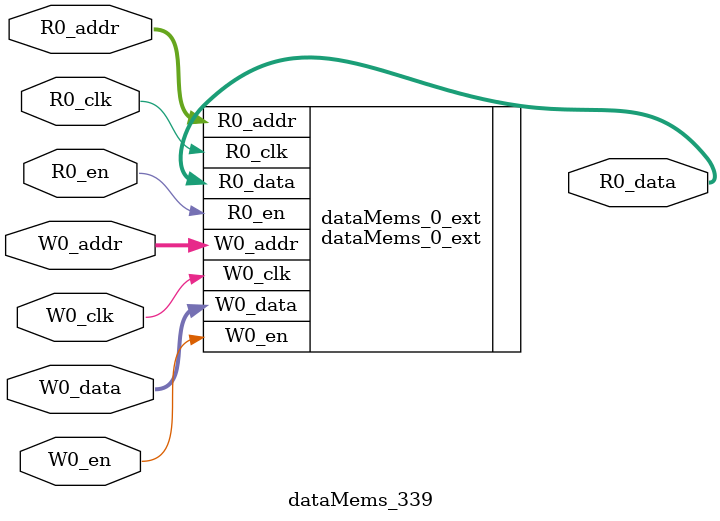
<source format=sv>
`ifndef RANDOMIZE
  `ifdef RANDOMIZE_REG_INIT
    `define RANDOMIZE
  `endif // RANDOMIZE_REG_INIT
`endif // not def RANDOMIZE
`ifndef RANDOMIZE
  `ifdef RANDOMIZE_MEM_INIT
    `define RANDOMIZE
  `endif // RANDOMIZE_MEM_INIT
`endif // not def RANDOMIZE

`ifndef RANDOM
  `define RANDOM $random
`endif // not def RANDOM

// Users can define 'PRINTF_COND' to add an extra gate to prints.
`ifndef PRINTF_COND_
  `ifdef PRINTF_COND
    `define PRINTF_COND_ (`PRINTF_COND)
  `else  // PRINTF_COND
    `define PRINTF_COND_ 1
  `endif // PRINTF_COND
`endif // not def PRINTF_COND_

// Users can define 'ASSERT_VERBOSE_COND' to add an extra gate to assert error printing.
`ifndef ASSERT_VERBOSE_COND_
  `ifdef ASSERT_VERBOSE_COND
    `define ASSERT_VERBOSE_COND_ (`ASSERT_VERBOSE_COND)
  `else  // ASSERT_VERBOSE_COND
    `define ASSERT_VERBOSE_COND_ 1
  `endif // ASSERT_VERBOSE_COND
`endif // not def ASSERT_VERBOSE_COND_

// Users can define 'STOP_COND' to add an extra gate to stop conditions.
`ifndef STOP_COND_
  `ifdef STOP_COND
    `define STOP_COND_ (`STOP_COND)
  `else  // STOP_COND
    `define STOP_COND_ 1
  `endif // STOP_COND
`endif // not def STOP_COND_

// Users can define INIT_RANDOM as general code that gets injected into the
// initializer block for modules with registers.
`ifndef INIT_RANDOM
  `define INIT_RANDOM
`endif // not def INIT_RANDOM

// If using random initialization, you can also define RANDOMIZE_DELAY to
// customize the delay used, otherwise 0.002 is used.
`ifndef RANDOMIZE_DELAY
  `define RANDOMIZE_DELAY 0.002
`endif // not def RANDOMIZE_DELAY

// Define INIT_RANDOM_PROLOG_ for use in our modules below.
`ifndef INIT_RANDOM_PROLOG_
  `ifdef RANDOMIZE
    `ifdef VERILATOR
      `define INIT_RANDOM_PROLOG_ `INIT_RANDOM
    `else  // VERILATOR
      `define INIT_RANDOM_PROLOG_ `INIT_RANDOM #`RANDOMIZE_DELAY begin end
    `endif // VERILATOR
  `else  // RANDOMIZE
    `define INIT_RANDOM_PROLOG_
  `endif // RANDOMIZE
`endif // not def INIT_RANDOM_PROLOG_

// Include register initializers in init blocks unless synthesis is set
`ifndef SYNTHESIS
  `ifndef ENABLE_INITIAL_REG_
    `define ENABLE_INITIAL_REG_
  `endif // not def ENABLE_INITIAL_REG_
`endif // not def SYNTHESIS

// Include rmemory initializers in init blocks unless synthesis is set
`ifndef SYNTHESIS
  `ifndef ENABLE_INITIAL_MEM_
    `define ENABLE_INITIAL_MEM_
  `endif // not def ENABLE_INITIAL_MEM_
`endif // not def SYNTHESIS

module dataMems_339(	// @[generators/ara/src/main/scala/UnsafeAXI4ToTL.scala:365:62]
  input  [4:0]  R0_addr,
  input         R0_en,
  input         R0_clk,
  output [66:0] R0_data,
  input  [4:0]  W0_addr,
  input         W0_en,
  input         W0_clk,
  input  [66:0] W0_data
);

  dataMems_0_ext dataMems_0_ext (	// @[generators/ara/src/main/scala/UnsafeAXI4ToTL.scala:365:62]
    .R0_addr (R0_addr),
    .R0_en   (R0_en),
    .R0_clk  (R0_clk),
    .R0_data (R0_data),
    .W0_addr (W0_addr),
    .W0_en   (W0_en),
    .W0_clk  (W0_clk),
    .W0_data (W0_data)
  );
endmodule


</source>
